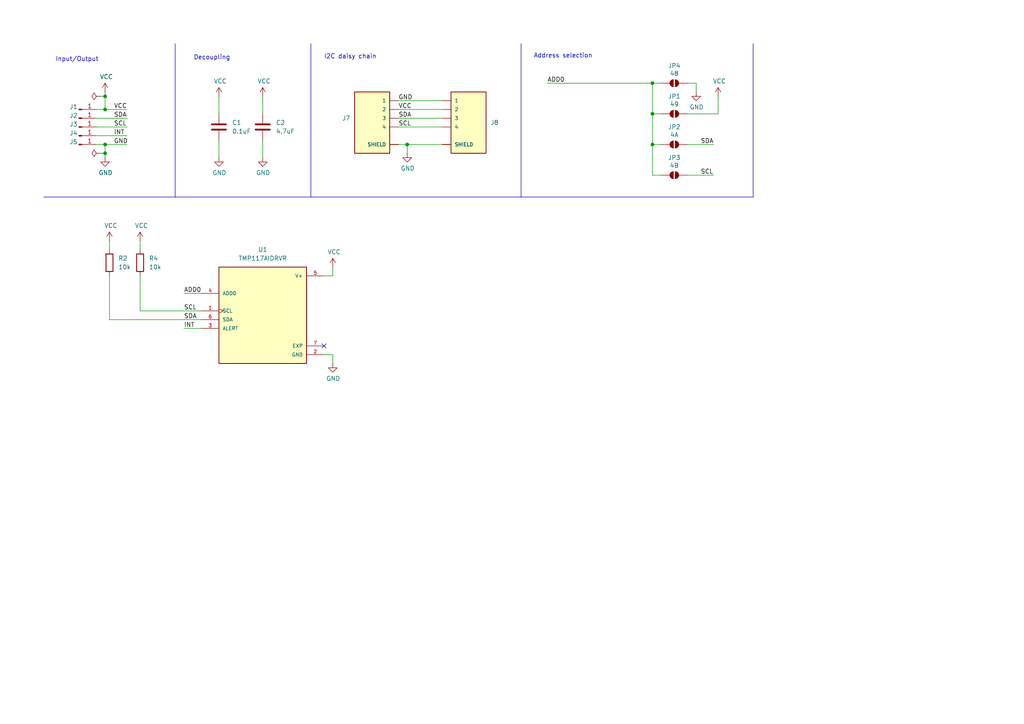
<source format=kicad_sch>
(kicad_sch (version 20231120) (generator "eeschema") (generator_version "8.0")
  (paper "A4")
  (lib_symbols
    (symbol "Connector:Conn_01x01_Pin" (pin_names (offset 1.016) hide)
      (property "Reference" "J" (at 0 2.54 0))
      (property "Value" "Conn_01x01_Pin" (at 0 -2.54 0))
      (symbol "Conn_01x01_Pin_1_1"
        (polyline (pts (xy 1.27 0) (xy 0.8636 0)) (stroke (width 0.1524)))
        (rectangle (start 0.8636 0.127) (end 0 -0.127) (stroke (width 0.1524)) (fill (type outline)))
        (pin passive line (at 5.08 0 180) (length 3.81) (name "Pin_1") (number "1"))
      )
    )
    (symbol "Device:C" (pin_numbers hide) (pin_names (offset 0.254))
      (property "Reference" "C" (at 0.635 2.54 0))
      (property "Value" "C" (at 0.635 -2.54 0))
      (symbol "C_0_1"
        (polyline (pts (xy -2.032 -0.762) (xy 2.032 -0.762)) (stroke (width 0.508)))
        (polyline (pts (xy -2.032 0.762) (xy 2.032 0.762)) (stroke (width 0.508)))
      )
      (symbol "C_1_1"
        (pin passive line (at 0 3.81 270) (length 2.794) (name "~") (number "1"))
        (pin passive line (at 0 -3.81 90) (length 2.794) (name "~") (number "2"))
      )
    )
    (symbol "Device:R" (pin_numbers hide) (pin_names (offset 0))
      (property "Reference" "R" (at 2.032 0 90))
      (property "Value" "R" (at 0 0 90))
      (symbol "R_0_1"
        (rectangle (start -1.016 -2.54) (end 1.016 2.54) (stroke (width 0.254)))
      )
      (symbol "R_1_1"
        (pin passive line (at 0 3.81 270) (length 1.27) (name "~") (number "1"))
        (pin passive line (at 0 -3.81 90) (length 1.27) (name "~") (number "2"))
      )
    )
    (symbol "Jumper:SolderJumper_2_Open" (pin_numbers hide) (pin_names (offset 0) hide) (exclude_from_sim yes) (in_bom no)
      (property "Reference" "JP" (at 0 2.032 0))
      (property "Value" "SolderJumper_2_Open" (at 0 -2.54 0))
      (symbol "SolderJumper_2_Open_0_1"
        (arc (start -0.254 1.016) (mid -1.2656 0) (end -0.254 -1.016))
        (arc (start -0.254 1.016) (mid -1.2656 0) (end -0.254 -1.016) (fill (type outline)))
        (polyline (pts (xy -0.254 1.016) (xy -0.254 -1.016)))
        (polyline (pts (xy 0.254 1.016) (xy 0.254 -1.016)))
        (arc (start 0.254 -1.016) (mid 1.2656 0) (end 0.254 1.016))
        (arc (start 0.254 -1.016) (mid 1.2656 0) (end 0.254 1.016) (fill (type outline)))
      )
      (symbol "SolderJumper_2_Open_1_1"
        (pin passive line (at -3.81 0 0) (length 2.54) (name "A") (number "1"))
        (pin passive line (at 3.81 0 180) (length 2.54) (name "B") (number "2"))
      )
    )
    (symbol "SM04B-SRSS-TB_LF__SN_:SM04B-SRSS-TB(LF)(SN)" (pin_numbers hide) (pin_names (offset 1.016))
      (property "Reference" "J" (at -5.08 8.1534 0))
      (property "Value" "SM04B-SRSS-TB(LF)(SN)" (at -5.08 -11.9634 0))
      (symbol "SM04B-SRSS-TB(LF)(SN)_0_0"
        (rectangle (start -5.08 -10.16) (end 5.08 7.62) (stroke (width 0.254)) (fill (type background)))
        (pin passive line (at -7.62 5.08 0) (length 2.54) (name "1") (number "1"))
        (pin passive line (at -7.62 2.54 0) (length 2.54) (name "2") (number "2"))
        (pin passive line (at -7.62 0 0) (length 2.54) (name "3") (number "3"))
        (pin passive line (at -7.62 -2.54 0) (length 2.54) (name "4") (number "4"))
        (pin passive line (at -7.62 -7.62 0) (length 2.54) (name "SHIELD") (number "S1"))
        (pin passive line (at -7.62 -7.62 0) (length 2.54) (name "SHIELD") (number "S2"))
      )
    )
    (symbol "TMP117AIDRVR:TMP117AIDRVR" (pin_names (offset 1.016))
      (property "Reference" "U" (at -12.7 13.7 0))
      (property "Value" "TMP117AIDRVR" (at -12.7 -17.78 0))
      (symbol "TMP117AIDRVR_0_0"
        (rectangle (start -12.7 -15.24) (end 12.7 12.7) (stroke (width 0.254)) (fill (type background)))
        (pin input clock (at -17.78 0 0) (length 5.08) (name "SCL") (number "1"))
        (pin power_in line (at 17.78 -12.7 180) (length 5.08) (name "GND") (number "2"))
        (pin output line (at -17.78 -5.08 0) (length 5.08) (name "ALERT") (number "3"))
        (pin input line (at -17.78 5.08 0) (length 5.08) (name "ADD0") (number "4"))
        (pin power_in line (at 17.78 10.16 180) (length 5.08) (name "V+") (number "5"))
        (pin bidirectional line (at -17.78 -2.54 0) (length 5.08) (name "SDA") (number "6"))
        (pin power_in line (at 17.78 -10.16 180) (length 5.08) (name "EXP") (number "7"))
      )
    )
    (symbol "power:GND" (power) (pin_numbers hide) (pin_names (offset 0) hide)
      (property "Value" "GND" (at 0 -3.81 0))
      (symbol "GND_0_1"
        (polyline (pts (xy 0 0) (xy 0 -1.27) (xy 1.27 -1.27) (xy 0 -2.54) (xy -1.27 -1.27) (xy 0 -1.27)))
      )
      (symbol "GND_1_1"
        (pin power_in line (at 0 0 270) (length 0) (name "~") (number "1"))
      )
    )
    (symbol "power:PWR_FLAG" (power) (pin_numbers hide) (pin_names (offset 0) hide)
      (property "Value" "PWR_FLAG" (at 0 3.81 0))
      (symbol "PWR_FLAG_0_0"
        (pin power_out line (at 0 0 90) (length 0) (name "~") (number "1"))
      )
      (symbol "PWR_FLAG_0_1"
        (polyline (pts (xy 0 0) (xy 0 1.27) (xy -1.016 1.905) (xy 0 2.54) (xy 1.016 1.905) (xy 0 1.27)))
      )
    )
    (symbol "power:VCC" (power) (pin_numbers hide) (pin_names (offset 0) hide)
      (property "Value" "VCC" (at 0 3.556 0))
      (symbol "VCC_0_1"
        (polyline (pts (xy -0.762 1.27) (xy 0 2.54)))
        (polyline (pts (xy 0 0) (xy 0 2.54)))
        (polyline (pts (xy 0 2.54) (xy 0.762 1.27)))
      )
      (symbol "VCC_1_1"
        (pin power_in line (at 0 0 90) (length 0) (name "~") (number "1"))
      )
    )
  )
  (junction (at 189.23 41.91))
  (junction (at 30.48 44.45))
  (junction (at 30.48 27.94))
  (junction (at 189.23 24.13))
  (junction (at 30.48 31.75))
  (junction (at 30.48 41.91))
  (junction (at 118.11 41.91))
  (junction (at 189.23 33.02))
  (no_connect (at 93.98 100.33))
  (wire (pts (xy 30.48 31.75) (xy 36.83 31.75)))
  (wire (pts (xy 76.2 40.64) (xy 76.2 45.72)))
  (wire (pts (xy 189.23 24.13) (xy 191.77 24.13)))
  (wire (pts (xy 96.52 77.47) (xy 96.52 80.01)))
  (wire (pts (xy 63.5 40.64) (xy 63.5 45.72)))
  (wire (pts (xy 31.75 92.71) (xy 31.75 80.01)))
  (polyline (pts (xy 90.17 12.7) (xy 90.17 57.15)))
  (wire (pts (xy 128.27 41.91) (xy 118.11 41.91)))
  (wire (pts (xy 96.52 80.01) (xy 93.98 80.01)))
  (wire (pts (xy 199.39 24.13) (xy 201.93 24.13)))
  (wire (pts (xy 30.48 44.45) (xy 30.48 45.72)))
  (wire (pts (xy 63.5 27.94) (xy 63.5 33.02)))
  (polyline (pts (xy 90.17 57.15) (xy 151.13 57.15)))
  (wire (pts (xy 76.2 27.94) (xy 76.2 33.02)))
  (wire (pts (xy 30.48 41.91) (xy 30.48 44.45)))
  (wire (pts (xy 27.94 39.37) (xy 36.83 39.37)))
  (wire (pts (xy 27.94 36.83) (xy 36.83 36.83)))
  (wire (pts (xy 31.75 69.85) (xy 31.75 72.39)))
  (wire (pts (xy 189.23 33.02) (xy 189.23 41.91)))
  (wire (pts (xy 27.94 34.29) (xy 36.83 34.29)))
  (wire (pts (xy 29.21 44.45) (xy 30.48 44.45)))
  (wire (pts (xy 158.75 24.13) (xy 189.23 24.13)))
  (wire (pts (xy 201.93 24.13) (xy 201.93 26.67)))
  (wire (pts (xy 199.39 50.8) (xy 207.01 50.8)))
  (wire (pts (xy 118.11 41.91) (xy 115.57 41.91)))
  (wire (pts (xy 118.11 44.45) (xy 118.11 41.91)))
  (wire (pts (xy 30.48 27.94) (xy 30.48 31.75)))
  (wire (pts (xy 27.94 31.75) (xy 30.48 31.75)))
  (wire (pts (xy 189.23 41.91) (xy 191.77 41.91)))
  (wire (pts (xy 115.57 36.83) (xy 128.27 36.83)))
  (wire (pts (xy 115.57 29.21) (xy 128.27 29.21)))
  (wire (pts (xy 27.94 41.91) (xy 30.48 41.91)))
  (wire (pts (xy 30.48 41.91) (xy 36.83 41.91)))
  (wire (pts (xy 189.23 24.13) (xy 189.23 33.02)))
  (wire (pts (xy 189.23 50.8) (xy 191.77 50.8)))
  (wire (pts (xy 128.27 34.29) (xy 115.57 34.29)))
  (polyline (pts (xy 218.44 12.7) (xy 218.44 57.15)))
  (wire (pts (xy 30.48 26.67) (xy 30.48 27.94)))
  (polyline (pts (xy 50.8 12.7) (xy 50.8 57.15)))
  (wire (pts (xy 40.64 90.17) (xy 40.64 80.01)))
  (wire (pts (xy 208.28 33.02) (xy 208.28 27.94)))
  (wire (pts (xy 53.34 85.09) (xy 58.42 85.09)))
  (polyline (pts (xy 50.8 57.15) (xy 90.17 57.15)))
  (wire (pts (xy 40.64 69.85) (xy 40.64 72.39)))
  (wire (pts (xy 53.34 95.25) (xy 58.42 95.25)))
  (wire (pts (xy 199.39 33.02) (xy 208.28 33.02)))
  (wire (pts (xy 96.52 105.41) (xy 96.52 102.87)))
  (wire (pts (xy 115.57 31.75) (xy 128.27 31.75)))
  (polyline (pts (xy 12.7 57.15) (xy 50.8 57.15)))
  (wire (pts (xy 96.52 102.87) (xy 93.98 102.87)))
  (wire (pts (xy 58.42 92.71) (xy 31.75 92.71)))
  (polyline (pts (xy 151.13 57.15) (xy 218.44 57.15)))
  (wire (pts (xy 29.21 27.94) (xy 30.48 27.94)))
  (wire (pts (xy 189.23 33.02) (xy 191.77 33.02)))
  (wire (pts (xy 58.42 90.17) (xy 40.64 90.17)))
  (polyline (pts (xy 151.13 12.7) (xy 151.13 57.15)))
  (wire (pts (xy 189.23 41.91) (xy 189.23 50.8)))
  (wire (pts (xy 199.39 41.91) (xy 207.01 41.91)))
  (text "Address selection" (at 163.322 16.256 0) (effects (font (size 1.27 1.27))))
  (text "Input/Output" (at 22.352 17.272 0) (effects (font (size 1.27 1.27))))
  (text "I2C daisy chain" (at 101.6 16.51 0) (effects (font (size 1.27 1.27))))
  (text "Decoupling" (at 56.134 17.526 0) (effects (font (size 1.27 1.27)) (justify left bottom)))
  (label "VCC" (at 115.57 31.75 0))
  (label "SCL" (at 203.2 50.8 0))
  (label "SDA" (at 115.57 34.29 0))
  (label "SCL" (at 53.34 90.17 0))
  (label "SDA" (at 53.34 92.71 0))
  (label "VCC" (at 33.02 31.75 0))
  (label "SDA" (at 33.02 34.29 0))
  (label "ADD0" (at 158.75 24.13 0))
  (label "SDA" (at 203.2 41.91 0))
  (label "INT" (at 33.02 39.37 0))
  (label "SCL" (at 33.02 36.83 0))
  (label "SCL" (at 115.57 36.83 0))
  (label "ADD0" (at 53.34 85.09 0))
  (label "INT" (at 53.34 95.25 0))
  (label "GND" (at 115.57 29.21 0))
  (label "GND" (at 33.02 41.91 0))
  (symbol (lib_id "Device:R") (at 40.64 76.2 0) (unit 1)
    (property "Reference" "R4" (at 43.18 74.9299 0) (effects (justify left)))
    (property "Value" "10k" (at 43.18 77.4699 0) (effects (justify left)))
    (property "Footprint" "Resistor_SMD:R_0603_1608Metric" (effects (hide yes)))
    (property "Description" "Resistor" (effects (hide yes)))
  )
  (symbol (lib_id "power:PWR_FLAG") (at 29.21 27.94 90) (unit 1)
    (property "Reference" "#FLG01" (effects (hide yes)))
    (property "Value" "PWR_FLAG" (effects (hide yes)))
  )
  (symbol (lib_id "Jumper:SolderJumper_2_Open") (at 195.58 24.13 0) (unit 1) (exclude_from_sim yes) (in_bom no)
    (property "Reference" "JP4" (at 195.58 19.05 0))
    (property "Value" "48" (at 195.58 21.336 0))
    (property "Footprint" "Jumper:SolderJumper-2_P1.3mm_Open_RoundedPad1.0x1.5mm" (effects (hide yes)))
    (property "Description" "Solder Jumper, 2-pole, open" (effects (hide yes)))
  )
  (symbol (lib_id "Connector:Conn_01x01_Pin") (at 22.86 36.83 0) (unit 1)
    (property "Reference" "J3" (at 21.336 36.068 0))
    (property "Value" "Conn_01x01_Pin" (effects (hide yes)))
    (property "Footprint" "Connector_Wire:SolderWirePad_1x01_SMD_1x2mm" (effects (hide yes)))
    (property "Description" "Generic connector, single row, 01x01, script generated" (effects (hide yes)))
  )
  (symbol (lib_id "Jumper:SolderJumper_2_Open") (at 195.58 33.02 0) (unit 1) (exclude_from_sim yes) (in_bom no)
    (property "Reference" "JP1" (at 195.58 27.94 0))
    (property "Value" "49" (at 195.58 30.226 0))
    (property "Footprint" "Jumper:SolderJumper-2_P1.3mm_Open_RoundedPad1.0x1.5mm" (effects (hide yes)))
    (property "Description" "Solder Jumper, 2-pole, open" (effects (hide yes)))
  )
  (symbol (lib_id "Device:R") (at 31.75 76.2 0) (unit 1)
    (property "Reference" "R2" (at 34.29 74.9299 0) (effects (justify left)))
    (property "Value" "10k" (at 34.29 77.4699 0) (effects (justify left)))
    (property "Footprint" "Resistor_SMD:R_0603_1608Metric" (effects (hide yes)))
    (property "Description" "Resistor" (effects (hide yes)))
  )
  (symbol (lib_id "power:VCC") (at 63.5 27.94 0) (unit 1)
    (property "Reference" "#PWR01" (effects (hide yes)))
    (property "Value" "VCC" (at 63.881 23.5458 0))
  )
  (symbol (lib_id "Device:C") (at 63.5 36.83 0) (unit 1)
    (property "Reference" "C1" (at 67.31 35.5599 0) (effects (justify left)))
    (property "Value" "0.1uF" (at 67.31 38.0999 0) (effects (justify left)))
    (property "Footprint" "Capacitor_SMD:C_0603_1608Metric" (effects (hide yes)))
    (property "Description" "Unpolarized capacitor" (effects (hide yes)))
  )
  (symbol (lib_id "Connector:Conn_01x01_Pin") (at 22.86 41.91 0) (unit 1)
    (property "Reference" "J5" (at 21.336 41.148 0))
    (property "Value" "Conn_01x01_Pin" (effects (hide yes)))
    (property "Footprint" "Connector_Wire:SolderWirePad_1x01_SMD_1x2mm" (effects (hide yes)))
    (property "Description" "Generic connector, single row, 01x01, script generated" (effects (hide yes)))
  )
  (symbol (lib_id "power:VCC") (at 40.64 69.85 0) (unit 1)
    (property "Reference" "#PWR010" (effects (hide yes)))
    (property "Value" "VCC" (at 41.021 65.4558 0))
  )
  (symbol (lib_id "Connector:Conn_01x01_Pin") (at 22.86 31.75 0) (unit 1)
    (property "Reference" "J1" (at 21.336 30.988 0))
    (property "Value" "Conn_01x01_Pin" (effects (hide yes)))
    (property "Footprint" "Connector_Wire:SolderWirePad_1x01_SMD_1x2mm" (effects (hide yes)))
    (property "Description" "Generic connector, single row, 01x01, script generated" (effects (hide yes)))
  )
  (symbol (lib_id "power:VCC") (at 76.2 27.94 0) (unit 1)
    (property "Reference" "#PWR03" (effects (hide yes)))
    (property "Value" "VCC" (at 76.581 23.5458 0))
  )
  (symbol (lib_id "Device:C") (at 76.2 36.83 0) (unit 1)
    (property "Reference" "C2" (at 80.01 35.5599 0) (effects (justify left)))
    (property "Value" "4.7uF" (at 80.01 38.0999 0) (effects (justify left)))
    (property "Footprint" "Capacitor_SMD:C_0805_2012Metric" (effects (hide yes)))
    (property "Description" "Unpolarized capacitor" (effects (hide yes)))
  )
  (symbol (lib_id "power:VCC") (at 208.28 27.94 0) (unit 1)
    (property "Reference" "#PWR012" (effects (hide yes)))
    (property "Value" "VCC" (at 208.661 23.5458 0))
  )
  (symbol (lib_id "power:GND") (at 76.2 45.72 0) (unit 1)
    (property "Reference" "#PWR04" (effects (hide yes)))
    (property "Value" "GND" (at 76.327 50.1142 0))
  )
  (symbol (lib_id "power:GND") (at 30.48 45.72 0) (unit 1)
    (property "Reference" "#PWR07" (effects (hide yes)))
    (property "Value" "GND" (at 30.607 50.1142 0))
  )
  (symbol (lib_id "power:VCC") (at 96.52 77.47 0) (unit 1)
    (property "Reference" "#PWR013" (effects (hide yes)))
    (property "Value" "VCC" (at 96.901 73.0758 0))
  )
  (symbol (lib_id "Jumper:SolderJumper_2_Open") (at 195.58 50.8 0) (unit 1) (exclude_from_sim yes) (in_bom no)
    (property "Reference" "JP3" (at 195.58 45.72 0))
    (property "Value" "4B" (at 195.58 48.006 0))
    (property "Footprint" "Jumper:SolderJumper-2_P1.3mm_Open_RoundedPad1.0x1.5mm" (effects (hide yes)))
    (property "Description" "Solder Jumper, 2-pole, open" (effects (hide yes)))
  )
  (symbol (lib_id "SM04B-SRSS-TB_LF__SN_:SM04B-SRSS-TB(LF)(SN)") (at 107.95 34.29 0) (mirror y) (unit 1)
    (property "Reference" "J7" (at 101.6 34.2899 0) (effects (justify left)))
    (property "Value" "SM04B-SRSS-TB(LF)(SN)" (effects (hide yes)))
    (property "Footprint" "JST_SM04B-SRSS-TB(LF)(SN)" (effects (hide yes)))
    (property "Description" "Manufacturer recommendations" (effects (hide yes)))
    (property "MANUFACTURER" "JST" (effects (hide yes)))
  )
  (symbol (lib_id "power:GND") (at 63.5 45.72 0) (unit 1)
    (property "Reference" "#PWR02" (effects (hide yes)))
    (property "Value" "GND" (at 63.627 50.1142 0))
  )
  (symbol (lib_id "Jumper:SolderJumper_2_Open") (at 195.58 41.91 0) (unit 1) (exclude_from_sim yes) (in_bom no)
    (property "Reference" "JP2" (at 195.58 36.83 0))
    (property "Value" "4A" (at 195.58 39.116 0))
    (property "Footprint" "Jumper:SolderJumper-2_P1.3mm_Open_RoundedPad1.0x1.5mm" (effects (hide yes)))
    (property "Description" "Solder Jumper, 2-pole, open" (effects (hide yes)))
  )
  (symbol (lib_id "power:GND") (at 96.52 105.41 0) (unit 1)
    (property "Reference" "#PWR014" (effects (hide yes)))
    (property "Value" "GND" (at 96.647 109.8042 0))
  )
  (symbol (lib_id "power:VCC") (at 31.75 69.85 0) (unit 1)
    (property "Reference" "#PWR09" (effects (hide yes)))
    (property "Value" "VCC" (at 32.131 65.4558 0))
  )
  (symbol (lib_id "power:PWR_FLAG") (at 29.21 44.45 90) (unit 1)
    (property "Reference" "#FLG02" (effects (hide yes)))
    (property "Value" "PWR_FLAG" (effects (hide yes)))
  )
  (symbol (lib_id "Connector:Conn_01x01_Pin") (at 22.86 34.29 0) (unit 1)
    (property "Reference" "J2" (at 21.336 33.528 0))
    (property "Value" "Conn_01x01_Pin" (effects (hide yes)))
    (property "Footprint" "Connector_Wire:SolderWirePad_1x01_SMD_1x2mm" (effects (hide yes)))
    (property "Description" "Generic connector, single row, 01x01, script generated" (effects (hide yes)))
  )
  (symbol (lib_id "power:GND") (at 118.11 44.45 0) (unit 1)
    (property "Reference" "#PWR05" (effects (hide yes)))
    (property "Value" "GND" (at 118.237 48.8442 0))
  )
  (symbol (lib_id "Connector:Conn_01x01_Pin") (at 22.86 39.37 0) (unit 1)
    (property "Reference" "J4" (at 21.336 38.608 0))
    (property "Value" "Conn_01x01_Pin" (effects (hide yes)))
    (property "Footprint" "Connector_Wire:SolderWirePad_1x01_SMD_1x2mm" (effects (hide yes)))
    (property "Description" "Generic connector, single row, 01x01, script generated" (effects (hide yes)))
  )
  (symbol (lib_id "power:GND") (at 201.93 26.67 0) (unit 1)
    (property "Reference" "#PWR011" (effects (hide yes)))
    (property "Value" "GND" (at 202.057 31.0642 0))
  )
  (symbol (lib_id "TMP117AIDRVR:TMP117AIDRVR") (at 76.2 90.17 0) (unit 1)
    (property "Reference" "U1" (at 76.2 72.39 0))
    (property "Value" "TMP117AIDRVR" (at 76.2 74.93 0))
    (property "Footprint" "TMP117AIDRVR:SON65P200X200X80-7N" (effects (hide yes)))
    (property "MF" "Texas Instruments" (effects (hide yes)))
    (property "MAXIMUM_PACKAGE_HEIGHT" "0.8 mm" (effects (hide yes)))
    (property "Package" "WSON-6 Texas Instruments" (effects (hide yes)))
    (property "Price" "None" (effects (hide yes)))
    (property "Check_prices" "https://www.snapeda.com/parts/TMP117AIDRVR/Texas+Instruments/view-part/?ref=eda" (effects (hide yes)))
    (property "STANDARD" "IPC 7351B" (effects (hide yes)))
    (property "PARTREV" "B" (effects (hide yes)))
    (property "SnapEDA_Link" "https://www.snapeda.com/parts/TMP117AIDRVR/Texas+Instruments/view-part/?ref=snap" (effects (hide yes)))
    (property "MP" "TMP117AIDRVR" (effects (hide yes)))
    (property "Purchase-URL" "https://www.snapeda.com/api/url_track_click_mouser/?unipart_id=3214034&manufacturer=Texas Instruments&part_name=TMP117AIDRVR&search_term=None" (effects (hide yes)))
    (property "Description_1" "\n0.1°C digital temperature sensor, 48-bit EEPROM, PT100/PT1000 RTD replacement\n" (effects (hide yes)))
    (property "Availability" "In Stock" (effects (hide yes)))
    (property "MANUFACTURER" "Texas Instruments" (effects (hide yes)))
  )
  (symbol (lib_id "power:VCC") (at 30.48 26.67 0) (unit 1)
    (property "Reference" "#PWR06" (effects (hide yes)))
    (property "Value" "VCC" (at 30.861 22.2758 0))
  )
  (symbol (lib_id "SM04B-SRSS-TB_LF__SN_:SM04B-SRSS-TB(LF)(SN)") (at 135.89 34.29 0) (unit 1)
    (property "Reference" "J8" (at 142.24 35.5599 0) (effects (justify left)))
    (property "Value" "SM04B-SRSS-TB(LF)(SN)" (effects (hide yes)))
    (property "Footprint" "JST_SM04B-SRSS-TB(LF)(SN)" (effects (hide yes)))
    (property "Description" "Manufacturer recommendations" (effects (hide yes)))
    (property "MANUFACTURER" "JST" (effects (hide yes)))
  )
)
</source>
